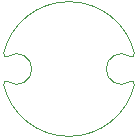
<source format=gm1>
G04 #@! TF.GenerationSoftware,KiCad,Pcbnew,(5.1.7)-1*
G04 #@! TF.CreationDate,2021-10-31T20:58:24-07:00*
G04 #@! TF.ProjectId,tiny_trollerV2,74696e79-5f74-4726-9f6c-6c657256322e,rev?*
G04 #@! TF.SameCoordinates,Original*
G04 #@! TF.FileFunction,Profile,NP*
%FSLAX46Y46*%
G04 Gerber Fmt 4.6, Leading zero omitted, Abs format (unit mm)*
G04 Created by KiCad (PCBNEW (5.1.7)-1) date 2021-10-31 20:58:24*
%MOMM*%
%LPD*%
G01*
G04 APERTURE LIST*
G04 #@! TA.AperFunction,Profile*
%ADD10C,0.050000*%
G04 #@! TD*
G04 APERTURE END LIST*
D10*
X157619717Y-103854173D02*
G75*
G02*
X168694083Y-103854172I5537183J-1352627D01*
G01*
X158000369Y-104122095D02*
G75*
G02*
X157619716Y-103854172I-137794J208597D01*
G01*
X158000371Y-104122094D02*
G75*
G02*
X158000369Y-106291504I716529J-1084706D01*
G01*
X157619716Y-106559427D02*
G75*
G02*
X158000369Y-106291504I242859J59326D01*
G01*
X168694084Y-106559429D02*
G75*
G02*
X157619716Y-106559427I-5537184J1352629D01*
G01*
X168313430Y-106291504D02*
G75*
G02*
X168694083Y-106559427I137794J-208597D01*
G01*
X168313430Y-106291505D02*
G75*
G02*
X168313430Y-104122095I-716530J1084705D01*
G01*
X168694083Y-103854172D02*
G75*
G02*
X168313430Y-104122095I-242859J-59326D01*
G01*
M02*

</source>
